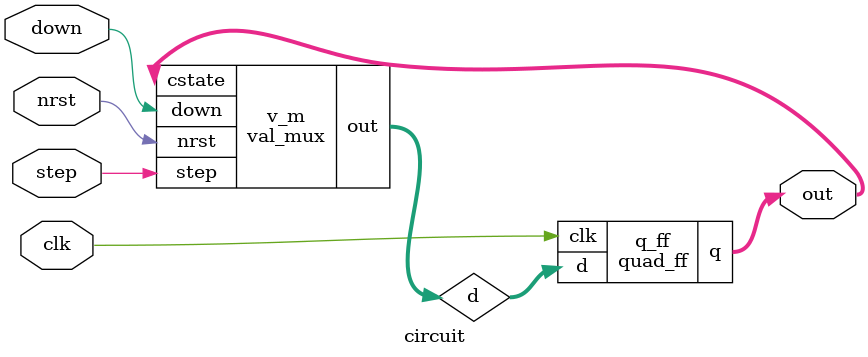
<source format=sv>
module d_latch(output q, nq, input en, d);
    logic nr, ns;
    nand gq(q, nr, nq), gnq(nq, ns, q),
    gr(nr, d, en), gs(ns, nr, en);
endmodule

module d_ff(output q, nq, input clk, d);
    logic q1;
    d_latch dl1(q1, , !clk, d), dl2(q, nq, clk, q1);
endmodule

module quad_ff(output [3:0] q, input clk, input [3:0] d);
    for(genvar i = 0; i < 4; i++) d_ff ff(q[i], , clk, d[i]);
endmodule

module fulladder(output logic s, cout, input a, b, cin);
        assign s = a ^ b ^ cin;
        assign cout = (a || b) && cin || a && b;
endmodule

module adder#(parameter W = 4) (output [W-1:0] o, output cn, input [W-1:0] a, b, input c0);
    logic [W:0] c;
    assign c[0] = c0;
    assign cn = c[W];
    genvar i;
    for (i = 0; i < W; i = i+1)
    fulladder fa1(o[i], c[i+1], a[i], b[i], c[i]);
endmodule

module val_mux(output logic [3:0] out, input [3:0] cstate, input nrst, step, down);
    adder a(out, , 
        nrst ? cstate : 0,
        nrst ? 
            (down ?
                (step ? -2 : -1)
                : (step ? 2 : 1)
            )
        : 0, 0);
endmodule

module circuit(output [3:0] out, input clk, nrst, step, down);
    logic [3:0] d;
    quad_ff q_ff(out, clk, d);
    val_mux v_m(d, out, nrst, step, down);
endmodule

</source>
